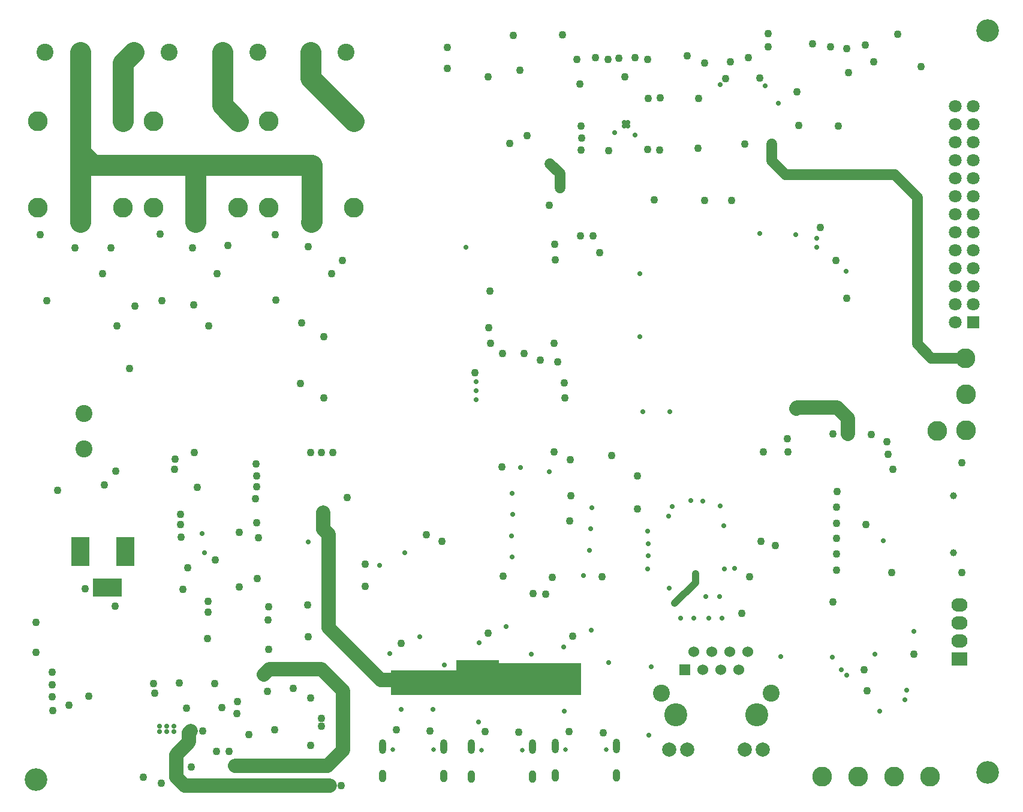
<source format=gbl>
G04*
G04 #@! TF.GenerationSoftware,Altium Limited,Altium Designer,24.10.1 (45)*
G04*
G04 Layer_Physical_Order=4*
G04 Layer_Color=16711680*
%FSLAX25Y25*%
%MOIN*%
G70*
G04*
G04 #@! TF.SameCoordinates,188A72EA-56D5-4262-AEF0-458277A37510*
G04*
G04*
G04 #@! TF.FilePolarity,Positive*
G04*
G01*
G75*
%ADD173C,0.03937*%
%ADD174C,0.07874*%
%ADD175C,0.05906*%
%ADD181C,0.11811*%
%ADD185O,0.03937X0.08268*%
%ADD186O,0.03937X0.07087*%
%ADD187C,0.02559*%
%ADD188R,0.10000X0.16000*%
%ADD189R,0.16000X0.10000*%
%ADD190C,0.11000*%
%ADD191C,0.12598*%
%ADD192C,0.09449*%
%ADD193R,0.09000X0.07500*%
%ADD194O,0.09000X0.07500*%
%ADD195C,0.07087*%
%ADD196R,0.07087X0.07087*%
%ADD197C,0.03937*%
%ADD198C,0.12795*%
%ADD199C,0.07874*%
%ADD200C,0.06000*%
%ADD201R,0.06000X0.06000*%
%ADD202C,0.09449*%
%ADD203C,0.02756*%
%ADD204C,0.04331*%
%ADD205C,0.02362*%
%ADD206C,0.11024*%
G36*
X216535Y62008D02*
X322244D01*
Y79871D01*
X276608D01*
Y81496D01*
X275264D01*
X252953D01*
Y75787D01*
X216535D01*
Y62008D01*
D02*
G37*
D173*
X374305Y113085D02*
X385826Y124605D01*
Y129573D01*
D174*
X464567Y221850D02*
X470509Y215908D01*
Y207247D02*
Y215908D01*
X442323Y221850D02*
X464567D01*
X441732Y221260D02*
X442323Y221850D01*
X178937Y154134D02*
X181693Y151378D01*
Y99606D02*
X210827Y70472D01*
X178937Y154134D02*
Y163583D01*
X181693Y99606D02*
Y151378D01*
X101660Y11811D02*
X182480D01*
X97047Y16423D02*
Y28937D01*
Y16423D02*
X101660Y11811D01*
X129724Y22835D02*
X181200D01*
X189961Y31596D01*
X97047Y28937D02*
X104134Y36024D01*
Y41142D01*
X105003Y42011D01*
X145669Y73425D02*
X148819Y76575D01*
X177953D02*
X189961Y64567D01*
X148819Y76575D02*
X177953D01*
X189961Y31596D02*
Y64567D01*
X210827Y70472D02*
X220669D01*
X221850Y69291D01*
X222047Y69488D01*
D175*
X304920Y357282D02*
X310433Y351768D01*
Y343701D02*
Y351768D01*
X509055Y257087D02*
X516880Y249262D01*
X535738D01*
X509055Y257087D02*
Y338386D01*
X496457Y350984D02*
X509055Y338386D01*
X435827Y350984D02*
X496457D01*
X428071Y358740D02*
X435827Y350984D01*
X428071Y358740D02*
Y367992D01*
D181*
X171889Y404811D02*
X195883Y380817D01*
X171889Y404811D02*
Y419244D01*
X122752Y389672D02*
Y419244D01*
Y389672D02*
X131607Y380817D01*
X67368D02*
Y413027D01*
X73586Y419244D01*
X43748Y363367D02*
X50601Y356514D01*
X43748Y324912D02*
Y363367D01*
X43683Y363433D02*
X43748Y363367D01*
X107087Y356514D02*
X172619D01*
X50601D02*
X107087D01*
X107987Y324912D02*
Y355614D01*
X107087Y356514D02*
X107987Y355614D01*
X172263Y324912D02*
X172619Y325269D01*
Y356514D01*
X43683Y363433D02*
Y419244D01*
X43748Y419178D01*
D185*
X341833Y33793D02*
D03*
X307818D02*
D03*
X261157Y33403D02*
D03*
X295172D02*
D03*
X211813Y33635D02*
D03*
X245829D02*
D03*
D186*
X341833Y17336D02*
D03*
X307818D02*
D03*
X261157Y16946D02*
D03*
X295172D02*
D03*
X211813Y17177D02*
D03*
X245829D02*
D03*
D187*
X313409Y31825D02*
D03*
X336204D02*
D03*
X289543Y31435D02*
D03*
X266747D02*
D03*
X240199Y31666D02*
D03*
X217404D02*
D03*
D188*
X68666Y141786D02*
D03*
X43666D02*
D03*
D189*
X58666Y121786D02*
D03*
D190*
X535738Y249262D02*
D03*
X536000Y209000D02*
D03*
Y229000D02*
D03*
X148643Y380818D02*
D03*
X195885Y332786D02*
D03*
X148641D02*
D03*
X172263Y324912D02*
D03*
X195883Y380817D02*
D03*
X20128Y380818D02*
D03*
X67370Y332786D02*
D03*
X20126D02*
D03*
X43748Y324912D02*
D03*
X67368Y380817D02*
D03*
X84367Y380818D02*
D03*
X131609Y332786D02*
D03*
X84365D02*
D03*
X107987Y324912D02*
D03*
X131607Y380817D02*
D03*
X456056Y16825D02*
D03*
X516096Y16864D02*
D03*
X496063Y16831D02*
D03*
X476056Y16825D02*
D03*
D191*
X19000Y15000D02*
D03*
X548000Y431000D02*
D03*
Y19000D02*
D03*
D192*
X73586Y419244D02*
D03*
X93271D02*
D03*
X122752D02*
D03*
X142437D02*
D03*
X23998D02*
D03*
X43683D02*
D03*
X171889D02*
D03*
X191574D02*
D03*
X45890Y218627D02*
D03*
Y198942D02*
D03*
D193*
X532343Y82133D02*
D03*
D194*
Y92133D02*
D03*
Y102133D02*
D03*
Y112133D02*
D03*
D195*
X530000Y389000D02*
D03*
X540000D02*
D03*
X530000Y379000D02*
D03*
X540000D02*
D03*
X530000Y369000D02*
D03*
X540000D02*
D03*
X530000Y359000D02*
D03*
X540000D02*
D03*
X530000Y349000D02*
D03*
X540000D02*
D03*
X530000Y339000D02*
D03*
X540000D02*
D03*
X530000Y329000D02*
D03*
X540000D02*
D03*
X530000Y319000D02*
D03*
X540000D02*
D03*
X530000Y309000D02*
D03*
X540000D02*
D03*
X530000Y299000D02*
D03*
X540000D02*
D03*
X530000Y289000D02*
D03*
X540000D02*
D03*
X530000Y279000D02*
D03*
X540000D02*
D03*
X530000Y269000D02*
D03*
D196*
X540000D02*
D03*
D197*
X529089Y172664D02*
D03*
Y141168D02*
D03*
D198*
X419705Y51138D02*
D03*
X374745D02*
D03*
D199*
X381142Y31847D02*
D03*
X413308D02*
D03*
X423309D02*
D03*
X371143D02*
D03*
D200*
X409746Y76138D02*
D03*
X404705Y86138D02*
D03*
X389745Y76138D02*
D03*
X384705Y86138D02*
D03*
X394706D02*
D03*
X399745Y76138D02*
D03*
X414706Y86138D02*
D03*
D201*
X379746Y76138D02*
D03*
D202*
X366714Y63146D02*
D03*
X427738D02*
D03*
D203*
X399213Y116732D02*
D03*
X170472Y147244D02*
D03*
X180259Y159875D02*
D03*
X294488Y84842D02*
D03*
X222050Y54050D02*
D03*
X312887Y53113D02*
D03*
X215748Y85236D02*
D03*
X265551Y91142D02*
D03*
X265158Y47244D02*
D03*
X312402Y88700D02*
D03*
X327870Y98131D02*
D03*
X176181Y159843D02*
D03*
X176378Y163779D02*
D03*
X180512Y163976D02*
D03*
X359316Y132023D02*
D03*
X359416Y139337D02*
D03*
X359391Y146202D02*
D03*
X359221Y153181D02*
D03*
X401646Y155977D02*
D03*
X399360Y167076D02*
D03*
X370866Y161417D02*
D03*
X374305Y113085D02*
D03*
X391535Y116929D02*
D03*
X469685Y73228D02*
D03*
X466862Y76248D02*
D03*
X431724Y390916D02*
D03*
X424373Y400627D02*
D03*
X263835Y236063D02*
D03*
X263836Y231062D02*
D03*
Y226062D02*
D03*
X91984Y44961D02*
D03*
X95984D02*
D03*
Y41961D02*
D03*
X91984D02*
D03*
X87984Y44961D02*
D03*
Y41961D02*
D03*
X112662Y141157D02*
D03*
X258019Y310782D02*
D03*
X304366Y186129D02*
D03*
X399489Y401063D02*
D03*
X346000Y378000D02*
D03*
X348000D02*
D03*
Y380000D02*
D03*
X346000D02*
D03*
X352071Y373045D02*
D03*
X340707Y374620D02*
D03*
X111586Y151652D02*
D03*
X488168Y53257D02*
D03*
X239699Y54050D02*
D03*
X246115Y78690D02*
D03*
X232349Y94517D02*
D03*
X280655Y99999D02*
D03*
X337653Y80084D02*
D03*
X359849Y39849D02*
D03*
X361260Y77740D02*
D03*
X377570Y104858D02*
D03*
X384720D02*
D03*
X393000Y104910D02*
D03*
X400547Y104858D02*
D03*
X433185Y83369D02*
D03*
X461668Y83217D02*
D03*
X502011Y59414D02*
D03*
X503067Y64642D02*
D03*
X485353Y84647D02*
D03*
X507115Y97352D02*
D03*
X224000Y141000D02*
D03*
X288464Y188536D02*
D03*
X283871Y174129D02*
D03*
X284317Y162317D02*
D03*
X283507Y150507D02*
D03*
X283695Y138695D02*
D03*
X328254Y166254D02*
D03*
X327557Y154443D02*
D03*
X326667Y142632D02*
D03*
X323629Y128371D02*
D03*
X371136Y121534D02*
D03*
X372975Y166647D02*
D03*
X383000Y170000D02*
D03*
X389786Y169786D02*
D03*
X407630Y132503D02*
D03*
X401807Y132193D02*
D03*
X490139Y147861D02*
D03*
X210000Y134213D02*
D03*
X469658Y297386D02*
D03*
X371420Y219420D02*
D03*
X356419D02*
D03*
X354972Y260971D02*
D03*
Y295971D02*
D03*
X421656Y318344D02*
D03*
X441656Y317656D02*
D03*
X453147Y310853D02*
D03*
Y315853D02*
D03*
D204*
X480512Y156693D02*
D03*
X441732Y221260D02*
D03*
X463779Y303346D02*
D03*
X290355Y251968D02*
D03*
X304528Y334252D02*
D03*
X310433Y343701D02*
D03*
X304920Y357282D02*
D03*
X292126Y372835D02*
D03*
X270472Y405512D02*
D03*
X288157Y409157D02*
D03*
X57284Y178937D02*
D03*
X119618Y30641D02*
D03*
X126378Y30709D02*
D03*
X111696Y42108D02*
D03*
X188659Y11811D02*
D03*
X182480D02*
D03*
X192126Y171653D02*
D03*
X436811Y204528D02*
D03*
X423537Y197047D02*
D03*
X437120D02*
D03*
X179000Y227000D02*
D03*
X322244Y364764D02*
D03*
X337402Y364567D02*
D03*
X221850Y69291D02*
D03*
X222047Y73622D02*
D03*
X162008Y65945D02*
D03*
X147835Y64173D02*
D03*
X145669Y73425D02*
D03*
X151772Y42717D02*
D03*
X129724Y22835D02*
D03*
X88770Y13175D02*
D03*
X28346Y53347D02*
D03*
X28150Y61024D02*
D03*
X100984Y120866D02*
D03*
X142126Y126969D02*
D03*
X108661Y177362D02*
D03*
X99714Y149696D02*
D03*
X99606Y156693D02*
D03*
X103347Y132677D02*
D03*
X118681Y137036D02*
D03*
X46654Y121063D02*
D03*
X238270Y42045D02*
D03*
X219372Y42656D02*
D03*
X222028Y90767D02*
D03*
X270840Y78766D02*
D03*
X270506Y96491D02*
D03*
X287614Y41551D02*
D03*
X268716Y41760D02*
D03*
X317532Y94870D02*
D03*
X318125Y76560D02*
D03*
X334449Y41142D02*
D03*
X315354Y41732D02*
D03*
X411372Y107329D02*
D03*
X481170Y64634D02*
D03*
X479528Y76181D02*
D03*
X507312Y84871D02*
D03*
X464256Y131610D02*
D03*
X464199Y140329D02*
D03*
X464273Y149116D02*
D03*
X464266Y157584D02*
D03*
X464202Y166310D02*
D03*
X464444Y175074D02*
D03*
X492323Y202953D02*
D03*
X483456Y206702D02*
D03*
X470509Y207247D02*
D03*
X469698Y282493D02*
D03*
X484819Y413803D02*
D03*
X443307Y378346D02*
D03*
X365748Y364764D02*
D03*
X402362Y404528D02*
D03*
X405088Y413947D02*
D03*
X415000Y416000D02*
D03*
X421354Y404646D02*
D03*
X442062Y397062D02*
D03*
X428071Y367992D02*
D03*
X362961Y337174D02*
D03*
X282480Y368504D02*
D03*
X307849Y303765D02*
D03*
X332585Y307966D02*
D03*
X328740Y317126D02*
D03*
X312999Y226976D02*
D03*
X312827Y235598D02*
D03*
X278347Y251771D02*
D03*
X299410Y248229D02*
D03*
X263158Y241062D02*
D03*
X309233Y247011D02*
D03*
X353515Y165579D02*
D03*
X353535Y183670D02*
D03*
X315928Y158841D02*
D03*
X316331Y172827D02*
D03*
X316086Y192858D02*
D03*
X306102Y127362D02*
D03*
X244951Y147313D02*
D03*
X202119Y122395D02*
D03*
X183572Y295974D02*
D03*
X170646Y311000D02*
D03*
X152034Y317782D02*
D03*
X119793Y295974D02*
D03*
X106251Y310582D02*
D03*
X88103Y318221D02*
D03*
X60872Y310469D02*
D03*
X40748Y310630D02*
D03*
X21405Y317965D02*
D03*
X56192Y295974D02*
D03*
X184252Y196850D02*
D03*
X171850D02*
D03*
X177953D02*
D03*
X148507Y87507D02*
D03*
X177756Y44882D02*
D03*
X177953Y49213D02*
D03*
X171749Y60330D02*
D03*
X171765Y34055D02*
D03*
X131008Y58466D02*
D03*
X130820Y51772D02*
D03*
X118591Y68607D02*
D03*
X122326Y55148D02*
D03*
X137418Y40119D02*
D03*
X148228Y103937D02*
D03*
X148425Y111024D02*
D03*
X114961Y114173D02*
D03*
X114764Y108268D02*
D03*
X114426Y93574D02*
D03*
X71295Y243450D02*
D03*
X105003Y42011D02*
D03*
X28156Y67710D02*
D03*
X78913Y16362D02*
D03*
X37379Y56566D02*
D03*
X28261Y74684D02*
D03*
X48363Y61582D02*
D03*
X105648Y22297D02*
D03*
X85236Y62992D02*
D03*
X84627Y68470D02*
D03*
X19324Y85663D02*
D03*
X63189Y111417D02*
D03*
X98819Y68701D02*
D03*
X102861Y54838D02*
D03*
X19324Y102448D02*
D03*
X96260Y187598D02*
D03*
X96457Y193109D02*
D03*
X107283Y196721D02*
D03*
X99410Y162598D02*
D03*
X141822Y183768D02*
D03*
X141339Y190354D02*
D03*
X132160Y152597D02*
D03*
X63386Y186417D02*
D03*
X132283Y122244D02*
D03*
X352000Y416000D02*
D03*
X359000Y415000D02*
D03*
X330000Y416000D02*
D03*
X189590Y303590D02*
D03*
X381000Y417000D02*
D03*
X115000Y267000D02*
D03*
X106811Y278811D02*
D03*
X64000Y267000D02*
D03*
X74000Y278000D02*
D03*
X166189Y235189D02*
D03*
X179000Y261000D02*
D03*
X166811Y268811D02*
D03*
X343015Y415846D02*
D03*
X337000Y415000D02*
D03*
X450884Y423884D02*
D03*
X202119Y134699D02*
D03*
X390745Y336745D02*
D03*
X405662D02*
D03*
X390799Y413201D02*
D03*
X413122Y368122D02*
D03*
X387524Y393476D02*
D03*
X366176Y393906D02*
D03*
X359483Y393483D02*
D03*
X387324Y365676D02*
D03*
X359187Y365187D02*
D03*
X322475Y371475D02*
D03*
X322027Y378027D02*
D03*
X346482Y405482D02*
D03*
X321612Y401388D02*
D03*
X141896Y177896D02*
D03*
X141277Y171277D02*
D03*
X141715Y157715D02*
D03*
X142689Y149311D02*
D03*
X169997Y112137D02*
D03*
X170598Y94536D02*
D03*
X125840Y311697D02*
D03*
X31082Y175918D02*
D03*
X462273Y113727D02*
D03*
X236118Y151118D02*
D03*
X302395Y118101D02*
D03*
X295589Y118411D02*
D03*
X278846Y128180D02*
D03*
X278228Y188772D02*
D03*
X307031Y197000D02*
D03*
X339000Y195000D02*
D03*
X333865Y127865D02*
D03*
X415925Y127925D02*
D03*
X422000Y147551D02*
D03*
X430000Y145000D02*
D03*
X462104Y207104D02*
D03*
X492821Y195821D02*
D03*
X533856Y130144D02*
D03*
X494856Y130145D02*
D03*
X495375Y187625D02*
D03*
X533832Y191168D02*
D03*
X455297Y321916D02*
D03*
X465000Y378000D02*
D03*
X470930Y407930D02*
D03*
X511095Y411095D02*
D03*
X498000Y429000D02*
D03*
X480000Y423000D02*
D03*
X469858Y421142D02*
D03*
X460923Y422077D02*
D03*
X426000Y422000D02*
D03*
Y429548D02*
D03*
X307309Y257309D02*
D03*
X271691Y257309D02*
D03*
X270970Y265970D02*
D03*
X271557Y286443D02*
D03*
X307427Y312427D02*
D03*
X321850Y317295D02*
D03*
X319884Y415116D02*
D03*
X311834Y428834D02*
D03*
X284459Y428541D02*
D03*
X247708Y410292D02*
D03*
X247906Y421907D02*
D03*
X152636Y281364D02*
D03*
X89134Y281134D02*
D03*
X25000Y281000D02*
D03*
D205*
X385826Y129573D02*
D03*
D206*
X520195Y208790D02*
D03*
M02*

</source>
